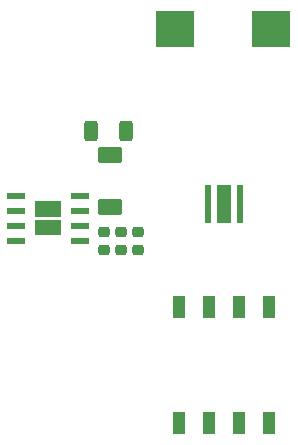
<source format=gtp>
G04 #@! TF.GenerationSoftware,KiCad,Pcbnew,7.0.8-7.0.8~ubuntu22.04.1*
G04 #@! TF.CreationDate,2023-11-02T22:02:33-07:00*
G04 #@! TF.ProjectId,Thorlabs 30 mm Cage Plate LED MCPCB,54686f72-6c61-4627-9320-3330206d6d20,rev?*
G04 #@! TF.SameCoordinates,Original*
G04 #@! TF.FileFunction,Paste,Top*
G04 #@! TF.FilePolarity,Positive*
%FSLAX46Y46*%
G04 Gerber Fmt 4.6, Leading zero omitted, Abs format (unit mm)*
G04 Created by KiCad (PCBNEW 7.0.8-7.0.8~ubuntu22.04.1) date 2023-11-02 22:02:33*
%MOMM*%
%LPD*%
G01*
G04 APERTURE LIST*
G04 Aperture macros list*
%AMRoundRect*
0 Rectangle with rounded corners*
0 $1 Rounding radius*
0 $2 $3 $4 $5 $6 $7 $8 $9 X,Y pos of 4 corners*
0 Add a 4 corners polygon primitive as box body*
4,1,4,$2,$3,$4,$5,$6,$7,$8,$9,$2,$3,0*
0 Add four circle primitives for the rounded corners*
1,1,$1+$1,$2,$3*
1,1,$1+$1,$4,$5*
1,1,$1+$1,$6,$7*
1,1,$1+$1,$8,$9*
0 Add four rect primitives between the rounded corners*
20,1,$1+$1,$2,$3,$4,$5,0*
20,1,$1+$1,$4,$5,$6,$7,0*
20,1,$1+$1,$6,$7,$8,$9,0*
20,1,$1+$1,$8,$9,$2,$3,0*%
G04 Aperture macros list end*
%ADD10RoundRect,0.250000X-0.312500X-0.625000X0.312500X-0.625000X0.312500X0.625000X-0.312500X0.625000X0*%
%ADD11R,1.020000X1.905000*%
%ADD12RoundRect,0.225000X0.250000X-0.225000X0.250000X0.225000X-0.250000X0.225000X-0.250000X-0.225000X0*%
%ADD13R,0.482600X3.251200*%
%ADD14R,1.295400X3.251200*%
%ADD15R,1.498600X0.558800*%
%ADD16R,3.302000X3.098800*%
%ADD17RoundRect,0.250000X0.800000X-0.450000X0.800000X0.450000X-0.800000X0.450000X-0.800000X-0.450000X0*%
G04 APERTURE END LIST*
G36*
X120547700Y-81525600D02*
G01*
X119452300Y-81525600D01*
X119452300Y-80100000D01*
X120547700Y-80100000D01*
X120547700Y-81525600D01*
G37*
G36*
X120547700Y-79900000D02*
G01*
X119452300Y-79900000D01*
X119452300Y-78474400D01*
X120547700Y-78474400D01*
X120547700Y-79900000D01*
G37*
G36*
X106206500Y-81125050D02*
G01*
X103993500Y-81125050D01*
X103993500Y-79788350D01*
X106206500Y-79788350D01*
X106206500Y-81125050D01*
G37*
G36*
X106206500Y-82661750D02*
G01*
X103993500Y-82661750D01*
X103993500Y-81325050D01*
X106206500Y-81325050D01*
X106206500Y-82661750D01*
G37*
D10*
X108777500Y-73824950D03*
X111702500Y-73824950D03*
D11*
X123820000Y-98562500D03*
X123820000Y-88737500D03*
X121280000Y-98562500D03*
X121280000Y-88737500D03*
X118740000Y-98562500D03*
X118740000Y-88737500D03*
X116200000Y-98562500D03*
X116200000Y-88737500D03*
D12*
X111300000Y-83910000D03*
X111300000Y-82360000D03*
X112770000Y-83920000D03*
X112770000Y-82370000D03*
D13*
X121384300Y-80000000D03*
D14*
X120000000Y-80000000D03*
D13*
X118615700Y-80000000D03*
D15*
X102394900Y-79320050D03*
X102394900Y-80590050D03*
X102394900Y-81860050D03*
X102394900Y-83130050D03*
X107805100Y-83130050D03*
X107805100Y-81860050D03*
X107805100Y-80590050D03*
X107805100Y-79320050D03*
D12*
X109830000Y-83910050D03*
X109830000Y-82360050D03*
D16*
X124028999Y-65150000D03*
X115831001Y-65150000D03*
D17*
X110335100Y-80300050D03*
X110335100Y-75900050D03*
M02*

</source>
